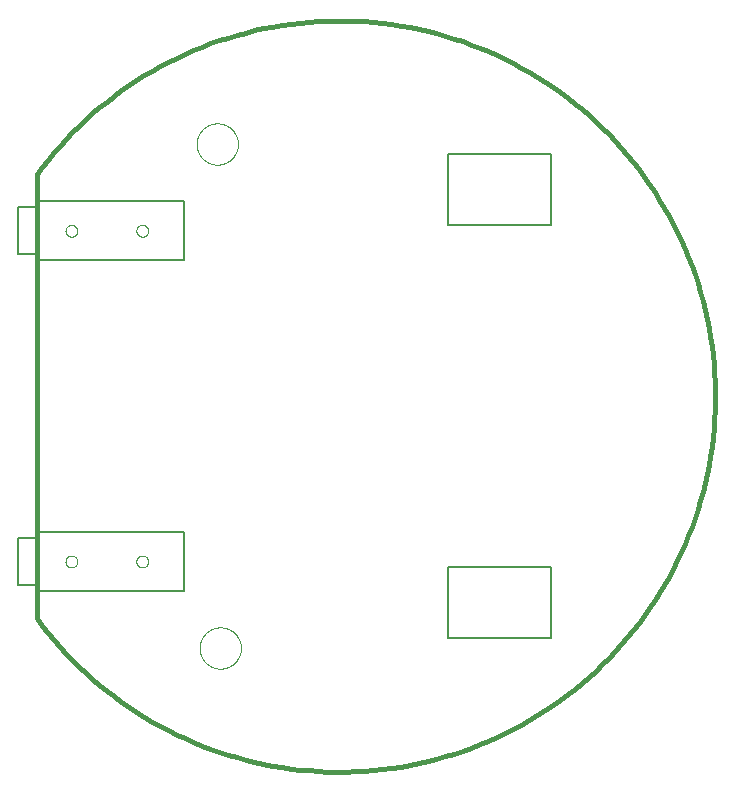
<source format=gbo>
G75*
%MOIN*%
%OFA0B0*%
%FSLAX25Y25*%
%IPPOS*%
%LPD*%
%AMOC8*
5,1,8,0,0,1.08239X$1,22.5*
%
%ADD10C,0.01600*%
%ADD11C,0.00000*%
%ADD12C,0.00500*%
D10*
X0049772Y0066937D02*
X0049772Y0214969D01*
X0051614Y0217418D01*
X0053515Y0219821D01*
X0055474Y0222176D01*
X0057491Y0224483D01*
X0059563Y0226740D01*
X0061690Y0228946D01*
X0063871Y0231099D01*
X0066103Y0233198D01*
X0068386Y0235242D01*
X0070719Y0237229D01*
X0073099Y0239158D01*
X0075526Y0241029D01*
X0077998Y0242840D01*
X0080513Y0244589D01*
X0083071Y0246277D01*
X0085669Y0247901D01*
X0088306Y0249462D01*
X0090981Y0250957D01*
X0093691Y0252387D01*
X0096435Y0253749D01*
X0099212Y0255044D01*
X0102020Y0256271D01*
X0104857Y0257429D01*
X0107722Y0258517D01*
X0110612Y0259534D01*
X0113526Y0260481D01*
X0116463Y0261355D01*
X0119420Y0262158D01*
X0122396Y0262888D01*
X0125389Y0263545D01*
X0128397Y0264129D01*
X0131419Y0264638D01*
X0134452Y0265074D01*
X0137494Y0265435D01*
X0140545Y0265722D01*
X0143602Y0265934D01*
X0146663Y0266071D01*
X0149727Y0266133D01*
X0152791Y0266120D01*
X0155854Y0266032D01*
X0158913Y0265869D01*
X0161968Y0265632D01*
X0165016Y0265319D01*
X0168056Y0264932D01*
X0171085Y0264471D01*
X0174102Y0263936D01*
X0177105Y0263327D01*
X0180093Y0262645D01*
X0183062Y0261890D01*
X0186013Y0261062D01*
X0188942Y0260163D01*
X0191848Y0259192D01*
X0194730Y0258150D01*
X0197585Y0257038D01*
X0200412Y0255857D01*
X0203210Y0254606D01*
X0205976Y0253288D01*
X0208708Y0251902D01*
X0211407Y0250450D01*
X0214068Y0248932D01*
X0216692Y0247349D01*
X0219277Y0245703D01*
X0221820Y0243994D01*
X0224321Y0242223D01*
X0226777Y0240392D01*
X0229188Y0238501D01*
X0231552Y0236551D01*
X0233868Y0234544D01*
X0236133Y0232481D01*
X0238348Y0230364D01*
X0240510Y0228192D01*
X0242619Y0225969D01*
X0244672Y0223695D01*
X0246669Y0221370D01*
X0248608Y0218998D01*
X0250489Y0216579D01*
X0252310Y0214115D01*
X0254071Y0211607D01*
X0255769Y0209056D01*
X0257404Y0206465D01*
X0258976Y0203835D01*
X0260482Y0201167D01*
X0261923Y0198462D01*
X0263297Y0195724D01*
X0264604Y0192952D01*
X0265843Y0190149D01*
X0267012Y0187317D01*
X0268112Y0184457D01*
X0269142Y0181571D01*
X0270101Y0178661D01*
X0270988Y0175728D01*
X0271803Y0172774D01*
X0272546Y0169802D01*
X0273215Y0166811D01*
X0273811Y0163806D01*
X0274334Y0160787D01*
X0274782Y0157755D01*
X0275156Y0154714D01*
X0275456Y0151665D01*
X0275681Y0148609D01*
X0275831Y0145548D01*
X0275906Y0142485D01*
X0275906Y0139421D01*
X0275831Y0136358D01*
X0275681Y0133297D01*
X0275456Y0130241D01*
X0275156Y0127192D01*
X0274782Y0124151D01*
X0274334Y0121119D01*
X0273811Y0118100D01*
X0273215Y0115095D01*
X0272546Y0112104D01*
X0271803Y0109132D01*
X0270988Y0106178D01*
X0270101Y0103245D01*
X0269142Y0100335D01*
X0268112Y0097449D01*
X0267012Y0094589D01*
X0265843Y0091757D01*
X0264604Y0088954D01*
X0263297Y0086182D01*
X0261923Y0083444D01*
X0260482Y0080739D01*
X0258976Y0078071D01*
X0257404Y0075441D01*
X0255769Y0072850D01*
X0254071Y0070299D01*
X0252310Y0067791D01*
X0250489Y0065327D01*
X0248608Y0062908D01*
X0246669Y0060536D01*
X0244672Y0058211D01*
X0242619Y0055937D01*
X0240510Y0053714D01*
X0238348Y0051542D01*
X0236133Y0049425D01*
X0233868Y0047362D01*
X0231552Y0045355D01*
X0229188Y0043405D01*
X0226777Y0041514D01*
X0224321Y0039683D01*
X0221820Y0037912D01*
X0219277Y0036203D01*
X0216692Y0034557D01*
X0214068Y0032974D01*
X0211407Y0031456D01*
X0208708Y0030004D01*
X0205976Y0028618D01*
X0203210Y0027300D01*
X0200412Y0026049D01*
X0197585Y0024868D01*
X0194730Y0023756D01*
X0191848Y0022714D01*
X0188942Y0021743D01*
X0186013Y0020844D01*
X0183062Y0020016D01*
X0180093Y0019261D01*
X0177105Y0018579D01*
X0174102Y0017970D01*
X0171085Y0017435D01*
X0168056Y0016974D01*
X0165016Y0016587D01*
X0161968Y0016274D01*
X0158913Y0016037D01*
X0155854Y0015874D01*
X0152791Y0015786D01*
X0149727Y0015773D01*
X0146663Y0015835D01*
X0143602Y0015972D01*
X0140545Y0016184D01*
X0137494Y0016471D01*
X0134452Y0016832D01*
X0131419Y0017268D01*
X0128397Y0017777D01*
X0125389Y0018361D01*
X0122396Y0019018D01*
X0119420Y0019748D01*
X0116463Y0020551D01*
X0113526Y0021425D01*
X0110612Y0022372D01*
X0107722Y0023389D01*
X0104857Y0024477D01*
X0102020Y0025635D01*
X0099212Y0026862D01*
X0096435Y0028157D01*
X0093691Y0029519D01*
X0090981Y0030949D01*
X0088306Y0032444D01*
X0085669Y0034005D01*
X0083071Y0035629D01*
X0080513Y0037317D01*
X0077998Y0039066D01*
X0075526Y0040877D01*
X0073099Y0042748D01*
X0070719Y0044677D01*
X0068386Y0046664D01*
X0066103Y0048708D01*
X0063871Y0050807D01*
X0061690Y0052960D01*
X0059563Y0055166D01*
X0057491Y0057423D01*
X0055474Y0059730D01*
X0053515Y0062085D01*
X0051614Y0064488D01*
X0049772Y0066937D01*
D11*
X0059417Y0085835D02*
X0059419Y0085923D01*
X0059425Y0086011D01*
X0059435Y0086099D01*
X0059449Y0086187D01*
X0059466Y0086273D01*
X0059488Y0086359D01*
X0059513Y0086443D01*
X0059543Y0086527D01*
X0059575Y0086609D01*
X0059612Y0086689D01*
X0059652Y0086768D01*
X0059696Y0086845D01*
X0059743Y0086920D01*
X0059793Y0086992D01*
X0059847Y0087063D01*
X0059903Y0087130D01*
X0059963Y0087196D01*
X0060025Y0087258D01*
X0060091Y0087318D01*
X0060158Y0087374D01*
X0060229Y0087428D01*
X0060301Y0087478D01*
X0060376Y0087525D01*
X0060453Y0087569D01*
X0060532Y0087609D01*
X0060612Y0087646D01*
X0060694Y0087678D01*
X0060778Y0087708D01*
X0060862Y0087733D01*
X0060948Y0087755D01*
X0061034Y0087772D01*
X0061122Y0087786D01*
X0061210Y0087796D01*
X0061298Y0087802D01*
X0061386Y0087804D01*
X0061474Y0087802D01*
X0061562Y0087796D01*
X0061650Y0087786D01*
X0061738Y0087772D01*
X0061824Y0087755D01*
X0061910Y0087733D01*
X0061994Y0087708D01*
X0062078Y0087678D01*
X0062160Y0087646D01*
X0062240Y0087609D01*
X0062319Y0087569D01*
X0062396Y0087525D01*
X0062471Y0087478D01*
X0062543Y0087428D01*
X0062614Y0087374D01*
X0062681Y0087318D01*
X0062747Y0087258D01*
X0062809Y0087196D01*
X0062869Y0087130D01*
X0062925Y0087063D01*
X0062979Y0086992D01*
X0063029Y0086920D01*
X0063076Y0086845D01*
X0063120Y0086768D01*
X0063160Y0086689D01*
X0063197Y0086609D01*
X0063229Y0086527D01*
X0063259Y0086443D01*
X0063284Y0086359D01*
X0063306Y0086273D01*
X0063323Y0086187D01*
X0063337Y0086099D01*
X0063347Y0086011D01*
X0063353Y0085923D01*
X0063355Y0085835D01*
X0063353Y0085747D01*
X0063347Y0085659D01*
X0063337Y0085571D01*
X0063323Y0085483D01*
X0063306Y0085397D01*
X0063284Y0085311D01*
X0063259Y0085227D01*
X0063229Y0085143D01*
X0063197Y0085061D01*
X0063160Y0084981D01*
X0063120Y0084902D01*
X0063076Y0084825D01*
X0063029Y0084750D01*
X0062979Y0084678D01*
X0062925Y0084607D01*
X0062869Y0084540D01*
X0062809Y0084474D01*
X0062747Y0084412D01*
X0062681Y0084352D01*
X0062614Y0084296D01*
X0062543Y0084242D01*
X0062471Y0084192D01*
X0062396Y0084145D01*
X0062319Y0084101D01*
X0062240Y0084061D01*
X0062160Y0084024D01*
X0062078Y0083992D01*
X0061994Y0083962D01*
X0061910Y0083937D01*
X0061824Y0083915D01*
X0061738Y0083898D01*
X0061650Y0083884D01*
X0061562Y0083874D01*
X0061474Y0083868D01*
X0061386Y0083866D01*
X0061298Y0083868D01*
X0061210Y0083874D01*
X0061122Y0083884D01*
X0061034Y0083898D01*
X0060948Y0083915D01*
X0060862Y0083937D01*
X0060778Y0083962D01*
X0060694Y0083992D01*
X0060612Y0084024D01*
X0060532Y0084061D01*
X0060453Y0084101D01*
X0060376Y0084145D01*
X0060301Y0084192D01*
X0060229Y0084242D01*
X0060158Y0084296D01*
X0060091Y0084352D01*
X0060025Y0084412D01*
X0059963Y0084474D01*
X0059903Y0084540D01*
X0059847Y0084607D01*
X0059793Y0084678D01*
X0059743Y0084750D01*
X0059696Y0084825D01*
X0059652Y0084902D01*
X0059612Y0084981D01*
X0059575Y0085061D01*
X0059543Y0085143D01*
X0059513Y0085227D01*
X0059488Y0085311D01*
X0059466Y0085397D01*
X0059449Y0085483D01*
X0059435Y0085571D01*
X0059425Y0085659D01*
X0059419Y0085747D01*
X0059417Y0085835D01*
X0083039Y0085835D02*
X0083041Y0085923D01*
X0083047Y0086011D01*
X0083057Y0086099D01*
X0083071Y0086187D01*
X0083088Y0086273D01*
X0083110Y0086359D01*
X0083135Y0086443D01*
X0083165Y0086527D01*
X0083197Y0086609D01*
X0083234Y0086689D01*
X0083274Y0086768D01*
X0083318Y0086845D01*
X0083365Y0086920D01*
X0083415Y0086992D01*
X0083469Y0087063D01*
X0083525Y0087130D01*
X0083585Y0087196D01*
X0083647Y0087258D01*
X0083713Y0087318D01*
X0083780Y0087374D01*
X0083851Y0087428D01*
X0083923Y0087478D01*
X0083998Y0087525D01*
X0084075Y0087569D01*
X0084154Y0087609D01*
X0084234Y0087646D01*
X0084316Y0087678D01*
X0084400Y0087708D01*
X0084484Y0087733D01*
X0084570Y0087755D01*
X0084656Y0087772D01*
X0084744Y0087786D01*
X0084832Y0087796D01*
X0084920Y0087802D01*
X0085008Y0087804D01*
X0085096Y0087802D01*
X0085184Y0087796D01*
X0085272Y0087786D01*
X0085360Y0087772D01*
X0085446Y0087755D01*
X0085532Y0087733D01*
X0085616Y0087708D01*
X0085700Y0087678D01*
X0085782Y0087646D01*
X0085862Y0087609D01*
X0085941Y0087569D01*
X0086018Y0087525D01*
X0086093Y0087478D01*
X0086165Y0087428D01*
X0086236Y0087374D01*
X0086303Y0087318D01*
X0086369Y0087258D01*
X0086431Y0087196D01*
X0086491Y0087130D01*
X0086547Y0087063D01*
X0086601Y0086992D01*
X0086651Y0086920D01*
X0086698Y0086845D01*
X0086742Y0086768D01*
X0086782Y0086689D01*
X0086819Y0086609D01*
X0086851Y0086527D01*
X0086881Y0086443D01*
X0086906Y0086359D01*
X0086928Y0086273D01*
X0086945Y0086187D01*
X0086959Y0086099D01*
X0086969Y0086011D01*
X0086975Y0085923D01*
X0086977Y0085835D01*
X0086975Y0085747D01*
X0086969Y0085659D01*
X0086959Y0085571D01*
X0086945Y0085483D01*
X0086928Y0085397D01*
X0086906Y0085311D01*
X0086881Y0085227D01*
X0086851Y0085143D01*
X0086819Y0085061D01*
X0086782Y0084981D01*
X0086742Y0084902D01*
X0086698Y0084825D01*
X0086651Y0084750D01*
X0086601Y0084678D01*
X0086547Y0084607D01*
X0086491Y0084540D01*
X0086431Y0084474D01*
X0086369Y0084412D01*
X0086303Y0084352D01*
X0086236Y0084296D01*
X0086165Y0084242D01*
X0086093Y0084192D01*
X0086018Y0084145D01*
X0085941Y0084101D01*
X0085862Y0084061D01*
X0085782Y0084024D01*
X0085700Y0083992D01*
X0085616Y0083962D01*
X0085532Y0083937D01*
X0085446Y0083915D01*
X0085360Y0083898D01*
X0085272Y0083884D01*
X0085184Y0083874D01*
X0085096Y0083868D01*
X0085008Y0083866D01*
X0084920Y0083868D01*
X0084832Y0083874D01*
X0084744Y0083884D01*
X0084656Y0083898D01*
X0084570Y0083915D01*
X0084484Y0083937D01*
X0084400Y0083962D01*
X0084316Y0083992D01*
X0084234Y0084024D01*
X0084154Y0084061D01*
X0084075Y0084101D01*
X0083998Y0084145D01*
X0083923Y0084192D01*
X0083851Y0084242D01*
X0083780Y0084296D01*
X0083713Y0084352D01*
X0083647Y0084412D01*
X0083585Y0084474D01*
X0083525Y0084540D01*
X0083469Y0084607D01*
X0083415Y0084678D01*
X0083365Y0084750D01*
X0083318Y0084825D01*
X0083274Y0084902D01*
X0083234Y0084981D01*
X0083197Y0085061D01*
X0083165Y0085143D01*
X0083135Y0085227D01*
X0083110Y0085311D01*
X0083088Y0085397D01*
X0083071Y0085483D01*
X0083057Y0085571D01*
X0083047Y0085659D01*
X0083041Y0085747D01*
X0083039Y0085835D01*
X0104110Y0057000D02*
X0104112Y0057169D01*
X0104118Y0057338D01*
X0104129Y0057507D01*
X0104143Y0057675D01*
X0104162Y0057843D01*
X0104185Y0058011D01*
X0104211Y0058178D01*
X0104242Y0058344D01*
X0104277Y0058510D01*
X0104316Y0058674D01*
X0104360Y0058838D01*
X0104407Y0059000D01*
X0104458Y0059161D01*
X0104513Y0059321D01*
X0104572Y0059480D01*
X0104634Y0059637D01*
X0104701Y0059792D01*
X0104772Y0059946D01*
X0104846Y0060098D01*
X0104924Y0060248D01*
X0105005Y0060396D01*
X0105090Y0060542D01*
X0105179Y0060686D01*
X0105271Y0060828D01*
X0105367Y0060967D01*
X0105466Y0061104D01*
X0105568Y0061239D01*
X0105674Y0061371D01*
X0105783Y0061500D01*
X0105895Y0061627D01*
X0106010Y0061751D01*
X0106128Y0061872D01*
X0106249Y0061990D01*
X0106373Y0062105D01*
X0106500Y0062217D01*
X0106629Y0062326D01*
X0106761Y0062432D01*
X0106896Y0062534D01*
X0107033Y0062633D01*
X0107172Y0062729D01*
X0107314Y0062821D01*
X0107458Y0062910D01*
X0107604Y0062995D01*
X0107752Y0063076D01*
X0107902Y0063154D01*
X0108054Y0063228D01*
X0108208Y0063299D01*
X0108363Y0063366D01*
X0108520Y0063428D01*
X0108679Y0063487D01*
X0108839Y0063542D01*
X0109000Y0063593D01*
X0109162Y0063640D01*
X0109326Y0063684D01*
X0109490Y0063723D01*
X0109656Y0063758D01*
X0109822Y0063789D01*
X0109989Y0063815D01*
X0110157Y0063838D01*
X0110325Y0063857D01*
X0110493Y0063871D01*
X0110662Y0063882D01*
X0110831Y0063888D01*
X0111000Y0063890D01*
X0111169Y0063888D01*
X0111338Y0063882D01*
X0111507Y0063871D01*
X0111675Y0063857D01*
X0111843Y0063838D01*
X0112011Y0063815D01*
X0112178Y0063789D01*
X0112344Y0063758D01*
X0112510Y0063723D01*
X0112674Y0063684D01*
X0112838Y0063640D01*
X0113000Y0063593D01*
X0113161Y0063542D01*
X0113321Y0063487D01*
X0113480Y0063428D01*
X0113637Y0063366D01*
X0113792Y0063299D01*
X0113946Y0063228D01*
X0114098Y0063154D01*
X0114248Y0063076D01*
X0114396Y0062995D01*
X0114542Y0062910D01*
X0114686Y0062821D01*
X0114828Y0062729D01*
X0114967Y0062633D01*
X0115104Y0062534D01*
X0115239Y0062432D01*
X0115371Y0062326D01*
X0115500Y0062217D01*
X0115627Y0062105D01*
X0115751Y0061990D01*
X0115872Y0061872D01*
X0115990Y0061751D01*
X0116105Y0061627D01*
X0116217Y0061500D01*
X0116326Y0061371D01*
X0116432Y0061239D01*
X0116534Y0061104D01*
X0116633Y0060967D01*
X0116729Y0060828D01*
X0116821Y0060686D01*
X0116910Y0060542D01*
X0116995Y0060396D01*
X0117076Y0060248D01*
X0117154Y0060098D01*
X0117228Y0059946D01*
X0117299Y0059792D01*
X0117366Y0059637D01*
X0117428Y0059480D01*
X0117487Y0059321D01*
X0117542Y0059161D01*
X0117593Y0059000D01*
X0117640Y0058838D01*
X0117684Y0058674D01*
X0117723Y0058510D01*
X0117758Y0058344D01*
X0117789Y0058178D01*
X0117815Y0058011D01*
X0117838Y0057843D01*
X0117857Y0057675D01*
X0117871Y0057507D01*
X0117882Y0057338D01*
X0117888Y0057169D01*
X0117890Y0057000D01*
X0117888Y0056831D01*
X0117882Y0056662D01*
X0117871Y0056493D01*
X0117857Y0056325D01*
X0117838Y0056157D01*
X0117815Y0055989D01*
X0117789Y0055822D01*
X0117758Y0055656D01*
X0117723Y0055490D01*
X0117684Y0055326D01*
X0117640Y0055162D01*
X0117593Y0055000D01*
X0117542Y0054839D01*
X0117487Y0054679D01*
X0117428Y0054520D01*
X0117366Y0054363D01*
X0117299Y0054208D01*
X0117228Y0054054D01*
X0117154Y0053902D01*
X0117076Y0053752D01*
X0116995Y0053604D01*
X0116910Y0053458D01*
X0116821Y0053314D01*
X0116729Y0053172D01*
X0116633Y0053033D01*
X0116534Y0052896D01*
X0116432Y0052761D01*
X0116326Y0052629D01*
X0116217Y0052500D01*
X0116105Y0052373D01*
X0115990Y0052249D01*
X0115872Y0052128D01*
X0115751Y0052010D01*
X0115627Y0051895D01*
X0115500Y0051783D01*
X0115371Y0051674D01*
X0115239Y0051568D01*
X0115104Y0051466D01*
X0114967Y0051367D01*
X0114828Y0051271D01*
X0114686Y0051179D01*
X0114542Y0051090D01*
X0114396Y0051005D01*
X0114248Y0050924D01*
X0114098Y0050846D01*
X0113946Y0050772D01*
X0113792Y0050701D01*
X0113637Y0050634D01*
X0113480Y0050572D01*
X0113321Y0050513D01*
X0113161Y0050458D01*
X0113000Y0050407D01*
X0112838Y0050360D01*
X0112674Y0050316D01*
X0112510Y0050277D01*
X0112344Y0050242D01*
X0112178Y0050211D01*
X0112011Y0050185D01*
X0111843Y0050162D01*
X0111675Y0050143D01*
X0111507Y0050129D01*
X0111338Y0050118D01*
X0111169Y0050112D01*
X0111000Y0050110D01*
X0110831Y0050112D01*
X0110662Y0050118D01*
X0110493Y0050129D01*
X0110325Y0050143D01*
X0110157Y0050162D01*
X0109989Y0050185D01*
X0109822Y0050211D01*
X0109656Y0050242D01*
X0109490Y0050277D01*
X0109326Y0050316D01*
X0109162Y0050360D01*
X0109000Y0050407D01*
X0108839Y0050458D01*
X0108679Y0050513D01*
X0108520Y0050572D01*
X0108363Y0050634D01*
X0108208Y0050701D01*
X0108054Y0050772D01*
X0107902Y0050846D01*
X0107752Y0050924D01*
X0107604Y0051005D01*
X0107458Y0051090D01*
X0107314Y0051179D01*
X0107172Y0051271D01*
X0107033Y0051367D01*
X0106896Y0051466D01*
X0106761Y0051568D01*
X0106629Y0051674D01*
X0106500Y0051783D01*
X0106373Y0051895D01*
X0106249Y0052010D01*
X0106128Y0052128D01*
X0106010Y0052249D01*
X0105895Y0052373D01*
X0105783Y0052500D01*
X0105674Y0052629D01*
X0105568Y0052761D01*
X0105466Y0052896D01*
X0105367Y0053033D01*
X0105271Y0053172D01*
X0105179Y0053314D01*
X0105090Y0053458D01*
X0105005Y0053604D01*
X0104924Y0053752D01*
X0104846Y0053902D01*
X0104772Y0054054D01*
X0104701Y0054208D01*
X0104634Y0054363D01*
X0104572Y0054520D01*
X0104513Y0054679D01*
X0104458Y0054839D01*
X0104407Y0055000D01*
X0104360Y0055162D01*
X0104316Y0055326D01*
X0104277Y0055490D01*
X0104242Y0055656D01*
X0104211Y0055822D01*
X0104185Y0055989D01*
X0104162Y0056157D01*
X0104143Y0056325D01*
X0104129Y0056493D01*
X0104118Y0056662D01*
X0104112Y0056831D01*
X0104110Y0057000D01*
X0083039Y0196071D02*
X0083041Y0196159D01*
X0083047Y0196247D01*
X0083057Y0196335D01*
X0083071Y0196423D01*
X0083088Y0196509D01*
X0083110Y0196595D01*
X0083135Y0196679D01*
X0083165Y0196763D01*
X0083197Y0196845D01*
X0083234Y0196925D01*
X0083274Y0197004D01*
X0083318Y0197081D01*
X0083365Y0197156D01*
X0083415Y0197228D01*
X0083469Y0197299D01*
X0083525Y0197366D01*
X0083585Y0197432D01*
X0083647Y0197494D01*
X0083713Y0197554D01*
X0083780Y0197610D01*
X0083851Y0197664D01*
X0083923Y0197714D01*
X0083998Y0197761D01*
X0084075Y0197805D01*
X0084154Y0197845D01*
X0084234Y0197882D01*
X0084316Y0197914D01*
X0084400Y0197944D01*
X0084484Y0197969D01*
X0084570Y0197991D01*
X0084656Y0198008D01*
X0084744Y0198022D01*
X0084832Y0198032D01*
X0084920Y0198038D01*
X0085008Y0198040D01*
X0085096Y0198038D01*
X0085184Y0198032D01*
X0085272Y0198022D01*
X0085360Y0198008D01*
X0085446Y0197991D01*
X0085532Y0197969D01*
X0085616Y0197944D01*
X0085700Y0197914D01*
X0085782Y0197882D01*
X0085862Y0197845D01*
X0085941Y0197805D01*
X0086018Y0197761D01*
X0086093Y0197714D01*
X0086165Y0197664D01*
X0086236Y0197610D01*
X0086303Y0197554D01*
X0086369Y0197494D01*
X0086431Y0197432D01*
X0086491Y0197366D01*
X0086547Y0197299D01*
X0086601Y0197228D01*
X0086651Y0197156D01*
X0086698Y0197081D01*
X0086742Y0197004D01*
X0086782Y0196925D01*
X0086819Y0196845D01*
X0086851Y0196763D01*
X0086881Y0196679D01*
X0086906Y0196595D01*
X0086928Y0196509D01*
X0086945Y0196423D01*
X0086959Y0196335D01*
X0086969Y0196247D01*
X0086975Y0196159D01*
X0086977Y0196071D01*
X0086975Y0195983D01*
X0086969Y0195895D01*
X0086959Y0195807D01*
X0086945Y0195719D01*
X0086928Y0195633D01*
X0086906Y0195547D01*
X0086881Y0195463D01*
X0086851Y0195379D01*
X0086819Y0195297D01*
X0086782Y0195217D01*
X0086742Y0195138D01*
X0086698Y0195061D01*
X0086651Y0194986D01*
X0086601Y0194914D01*
X0086547Y0194843D01*
X0086491Y0194776D01*
X0086431Y0194710D01*
X0086369Y0194648D01*
X0086303Y0194588D01*
X0086236Y0194532D01*
X0086165Y0194478D01*
X0086093Y0194428D01*
X0086018Y0194381D01*
X0085941Y0194337D01*
X0085862Y0194297D01*
X0085782Y0194260D01*
X0085700Y0194228D01*
X0085616Y0194198D01*
X0085532Y0194173D01*
X0085446Y0194151D01*
X0085360Y0194134D01*
X0085272Y0194120D01*
X0085184Y0194110D01*
X0085096Y0194104D01*
X0085008Y0194102D01*
X0084920Y0194104D01*
X0084832Y0194110D01*
X0084744Y0194120D01*
X0084656Y0194134D01*
X0084570Y0194151D01*
X0084484Y0194173D01*
X0084400Y0194198D01*
X0084316Y0194228D01*
X0084234Y0194260D01*
X0084154Y0194297D01*
X0084075Y0194337D01*
X0083998Y0194381D01*
X0083923Y0194428D01*
X0083851Y0194478D01*
X0083780Y0194532D01*
X0083713Y0194588D01*
X0083647Y0194648D01*
X0083585Y0194710D01*
X0083525Y0194776D01*
X0083469Y0194843D01*
X0083415Y0194914D01*
X0083365Y0194986D01*
X0083318Y0195061D01*
X0083274Y0195138D01*
X0083234Y0195217D01*
X0083197Y0195297D01*
X0083165Y0195379D01*
X0083135Y0195463D01*
X0083110Y0195547D01*
X0083088Y0195633D01*
X0083071Y0195719D01*
X0083057Y0195807D01*
X0083047Y0195895D01*
X0083041Y0195983D01*
X0083039Y0196071D01*
X0059417Y0196071D02*
X0059419Y0196159D01*
X0059425Y0196247D01*
X0059435Y0196335D01*
X0059449Y0196423D01*
X0059466Y0196509D01*
X0059488Y0196595D01*
X0059513Y0196679D01*
X0059543Y0196763D01*
X0059575Y0196845D01*
X0059612Y0196925D01*
X0059652Y0197004D01*
X0059696Y0197081D01*
X0059743Y0197156D01*
X0059793Y0197228D01*
X0059847Y0197299D01*
X0059903Y0197366D01*
X0059963Y0197432D01*
X0060025Y0197494D01*
X0060091Y0197554D01*
X0060158Y0197610D01*
X0060229Y0197664D01*
X0060301Y0197714D01*
X0060376Y0197761D01*
X0060453Y0197805D01*
X0060532Y0197845D01*
X0060612Y0197882D01*
X0060694Y0197914D01*
X0060778Y0197944D01*
X0060862Y0197969D01*
X0060948Y0197991D01*
X0061034Y0198008D01*
X0061122Y0198022D01*
X0061210Y0198032D01*
X0061298Y0198038D01*
X0061386Y0198040D01*
X0061474Y0198038D01*
X0061562Y0198032D01*
X0061650Y0198022D01*
X0061738Y0198008D01*
X0061824Y0197991D01*
X0061910Y0197969D01*
X0061994Y0197944D01*
X0062078Y0197914D01*
X0062160Y0197882D01*
X0062240Y0197845D01*
X0062319Y0197805D01*
X0062396Y0197761D01*
X0062471Y0197714D01*
X0062543Y0197664D01*
X0062614Y0197610D01*
X0062681Y0197554D01*
X0062747Y0197494D01*
X0062809Y0197432D01*
X0062869Y0197366D01*
X0062925Y0197299D01*
X0062979Y0197228D01*
X0063029Y0197156D01*
X0063076Y0197081D01*
X0063120Y0197004D01*
X0063160Y0196925D01*
X0063197Y0196845D01*
X0063229Y0196763D01*
X0063259Y0196679D01*
X0063284Y0196595D01*
X0063306Y0196509D01*
X0063323Y0196423D01*
X0063337Y0196335D01*
X0063347Y0196247D01*
X0063353Y0196159D01*
X0063355Y0196071D01*
X0063353Y0195983D01*
X0063347Y0195895D01*
X0063337Y0195807D01*
X0063323Y0195719D01*
X0063306Y0195633D01*
X0063284Y0195547D01*
X0063259Y0195463D01*
X0063229Y0195379D01*
X0063197Y0195297D01*
X0063160Y0195217D01*
X0063120Y0195138D01*
X0063076Y0195061D01*
X0063029Y0194986D01*
X0062979Y0194914D01*
X0062925Y0194843D01*
X0062869Y0194776D01*
X0062809Y0194710D01*
X0062747Y0194648D01*
X0062681Y0194588D01*
X0062614Y0194532D01*
X0062543Y0194478D01*
X0062471Y0194428D01*
X0062396Y0194381D01*
X0062319Y0194337D01*
X0062240Y0194297D01*
X0062160Y0194260D01*
X0062078Y0194228D01*
X0061994Y0194198D01*
X0061910Y0194173D01*
X0061824Y0194151D01*
X0061738Y0194134D01*
X0061650Y0194120D01*
X0061562Y0194110D01*
X0061474Y0194104D01*
X0061386Y0194102D01*
X0061298Y0194104D01*
X0061210Y0194110D01*
X0061122Y0194120D01*
X0061034Y0194134D01*
X0060948Y0194151D01*
X0060862Y0194173D01*
X0060778Y0194198D01*
X0060694Y0194228D01*
X0060612Y0194260D01*
X0060532Y0194297D01*
X0060453Y0194337D01*
X0060376Y0194381D01*
X0060301Y0194428D01*
X0060229Y0194478D01*
X0060158Y0194532D01*
X0060091Y0194588D01*
X0060025Y0194648D01*
X0059963Y0194710D01*
X0059903Y0194776D01*
X0059847Y0194843D01*
X0059793Y0194914D01*
X0059743Y0194986D01*
X0059696Y0195061D01*
X0059652Y0195138D01*
X0059612Y0195217D01*
X0059575Y0195297D01*
X0059543Y0195379D01*
X0059513Y0195463D01*
X0059488Y0195547D01*
X0059466Y0195633D01*
X0059449Y0195719D01*
X0059435Y0195807D01*
X0059425Y0195895D01*
X0059419Y0195983D01*
X0059417Y0196071D01*
X0103110Y0225000D02*
X0103112Y0225169D01*
X0103118Y0225338D01*
X0103129Y0225507D01*
X0103143Y0225675D01*
X0103162Y0225843D01*
X0103185Y0226011D01*
X0103211Y0226178D01*
X0103242Y0226344D01*
X0103277Y0226510D01*
X0103316Y0226674D01*
X0103360Y0226838D01*
X0103407Y0227000D01*
X0103458Y0227161D01*
X0103513Y0227321D01*
X0103572Y0227480D01*
X0103634Y0227637D01*
X0103701Y0227792D01*
X0103772Y0227946D01*
X0103846Y0228098D01*
X0103924Y0228248D01*
X0104005Y0228396D01*
X0104090Y0228542D01*
X0104179Y0228686D01*
X0104271Y0228828D01*
X0104367Y0228967D01*
X0104466Y0229104D01*
X0104568Y0229239D01*
X0104674Y0229371D01*
X0104783Y0229500D01*
X0104895Y0229627D01*
X0105010Y0229751D01*
X0105128Y0229872D01*
X0105249Y0229990D01*
X0105373Y0230105D01*
X0105500Y0230217D01*
X0105629Y0230326D01*
X0105761Y0230432D01*
X0105896Y0230534D01*
X0106033Y0230633D01*
X0106172Y0230729D01*
X0106314Y0230821D01*
X0106458Y0230910D01*
X0106604Y0230995D01*
X0106752Y0231076D01*
X0106902Y0231154D01*
X0107054Y0231228D01*
X0107208Y0231299D01*
X0107363Y0231366D01*
X0107520Y0231428D01*
X0107679Y0231487D01*
X0107839Y0231542D01*
X0108000Y0231593D01*
X0108162Y0231640D01*
X0108326Y0231684D01*
X0108490Y0231723D01*
X0108656Y0231758D01*
X0108822Y0231789D01*
X0108989Y0231815D01*
X0109157Y0231838D01*
X0109325Y0231857D01*
X0109493Y0231871D01*
X0109662Y0231882D01*
X0109831Y0231888D01*
X0110000Y0231890D01*
X0110169Y0231888D01*
X0110338Y0231882D01*
X0110507Y0231871D01*
X0110675Y0231857D01*
X0110843Y0231838D01*
X0111011Y0231815D01*
X0111178Y0231789D01*
X0111344Y0231758D01*
X0111510Y0231723D01*
X0111674Y0231684D01*
X0111838Y0231640D01*
X0112000Y0231593D01*
X0112161Y0231542D01*
X0112321Y0231487D01*
X0112480Y0231428D01*
X0112637Y0231366D01*
X0112792Y0231299D01*
X0112946Y0231228D01*
X0113098Y0231154D01*
X0113248Y0231076D01*
X0113396Y0230995D01*
X0113542Y0230910D01*
X0113686Y0230821D01*
X0113828Y0230729D01*
X0113967Y0230633D01*
X0114104Y0230534D01*
X0114239Y0230432D01*
X0114371Y0230326D01*
X0114500Y0230217D01*
X0114627Y0230105D01*
X0114751Y0229990D01*
X0114872Y0229872D01*
X0114990Y0229751D01*
X0115105Y0229627D01*
X0115217Y0229500D01*
X0115326Y0229371D01*
X0115432Y0229239D01*
X0115534Y0229104D01*
X0115633Y0228967D01*
X0115729Y0228828D01*
X0115821Y0228686D01*
X0115910Y0228542D01*
X0115995Y0228396D01*
X0116076Y0228248D01*
X0116154Y0228098D01*
X0116228Y0227946D01*
X0116299Y0227792D01*
X0116366Y0227637D01*
X0116428Y0227480D01*
X0116487Y0227321D01*
X0116542Y0227161D01*
X0116593Y0227000D01*
X0116640Y0226838D01*
X0116684Y0226674D01*
X0116723Y0226510D01*
X0116758Y0226344D01*
X0116789Y0226178D01*
X0116815Y0226011D01*
X0116838Y0225843D01*
X0116857Y0225675D01*
X0116871Y0225507D01*
X0116882Y0225338D01*
X0116888Y0225169D01*
X0116890Y0225000D01*
X0116888Y0224831D01*
X0116882Y0224662D01*
X0116871Y0224493D01*
X0116857Y0224325D01*
X0116838Y0224157D01*
X0116815Y0223989D01*
X0116789Y0223822D01*
X0116758Y0223656D01*
X0116723Y0223490D01*
X0116684Y0223326D01*
X0116640Y0223162D01*
X0116593Y0223000D01*
X0116542Y0222839D01*
X0116487Y0222679D01*
X0116428Y0222520D01*
X0116366Y0222363D01*
X0116299Y0222208D01*
X0116228Y0222054D01*
X0116154Y0221902D01*
X0116076Y0221752D01*
X0115995Y0221604D01*
X0115910Y0221458D01*
X0115821Y0221314D01*
X0115729Y0221172D01*
X0115633Y0221033D01*
X0115534Y0220896D01*
X0115432Y0220761D01*
X0115326Y0220629D01*
X0115217Y0220500D01*
X0115105Y0220373D01*
X0114990Y0220249D01*
X0114872Y0220128D01*
X0114751Y0220010D01*
X0114627Y0219895D01*
X0114500Y0219783D01*
X0114371Y0219674D01*
X0114239Y0219568D01*
X0114104Y0219466D01*
X0113967Y0219367D01*
X0113828Y0219271D01*
X0113686Y0219179D01*
X0113542Y0219090D01*
X0113396Y0219005D01*
X0113248Y0218924D01*
X0113098Y0218846D01*
X0112946Y0218772D01*
X0112792Y0218701D01*
X0112637Y0218634D01*
X0112480Y0218572D01*
X0112321Y0218513D01*
X0112161Y0218458D01*
X0112000Y0218407D01*
X0111838Y0218360D01*
X0111674Y0218316D01*
X0111510Y0218277D01*
X0111344Y0218242D01*
X0111178Y0218211D01*
X0111011Y0218185D01*
X0110843Y0218162D01*
X0110675Y0218143D01*
X0110507Y0218129D01*
X0110338Y0218118D01*
X0110169Y0218112D01*
X0110000Y0218110D01*
X0109831Y0218112D01*
X0109662Y0218118D01*
X0109493Y0218129D01*
X0109325Y0218143D01*
X0109157Y0218162D01*
X0108989Y0218185D01*
X0108822Y0218211D01*
X0108656Y0218242D01*
X0108490Y0218277D01*
X0108326Y0218316D01*
X0108162Y0218360D01*
X0108000Y0218407D01*
X0107839Y0218458D01*
X0107679Y0218513D01*
X0107520Y0218572D01*
X0107363Y0218634D01*
X0107208Y0218701D01*
X0107054Y0218772D01*
X0106902Y0218846D01*
X0106752Y0218924D01*
X0106604Y0219005D01*
X0106458Y0219090D01*
X0106314Y0219179D01*
X0106172Y0219271D01*
X0106033Y0219367D01*
X0105896Y0219466D01*
X0105761Y0219568D01*
X0105629Y0219674D01*
X0105500Y0219783D01*
X0105373Y0219895D01*
X0105249Y0220010D01*
X0105128Y0220128D01*
X0105010Y0220249D01*
X0104895Y0220373D01*
X0104783Y0220500D01*
X0104674Y0220629D01*
X0104568Y0220761D01*
X0104466Y0220896D01*
X0104367Y0221033D01*
X0104271Y0221172D01*
X0104179Y0221314D01*
X0104090Y0221458D01*
X0104005Y0221604D01*
X0103924Y0221752D01*
X0103846Y0221902D01*
X0103772Y0222054D01*
X0103701Y0222208D01*
X0103634Y0222363D01*
X0103572Y0222520D01*
X0103513Y0222679D01*
X0103458Y0222839D01*
X0103407Y0223000D01*
X0103360Y0223162D01*
X0103316Y0223326D01*
X0103277Y0223490D01*
X0103242Y0223656D01*
X0103211Y0223822D01*
X0103185Y0223989D01*
X0103162Y0224157D01*
X0103143Y0224325D01*
X0103129Y0224493D01*
X0103118Y0224662D01*
X0103112Y0224831D01*
X0103110Y0225000D01*
D12*
X0098787Y0205913D02*
X0098787Y0186228D01*
X0049575Y0186228D01*
X0049575Y0188197D01*
X0043669Y0188197D01*
X0043669Y0203945D01*
X0049575Y0203945D01*
X0049575Y0205913D01*
X0098787Y0205913D01*
X0187055Y0198039D02*
X0187055Y0221661D01*
X0221150Y0221661D01*
X0221150Y0198039D01*
X0187055Y0198039D01*
X0098787Y0095677D02*
X0098787Y0075992D01*
X0049575Y0075992D01*
X0049575Y0077961D01*
X0043669Y0077961D01*
X0043669Y0093709D01*
X0049575Y0093709D01*
X0049575Y0095677D01*
X0098787Y0095677D01*
X0187055Y0083866D02*
X0187055Y0060244D01*
X0221150Y0060244D01*
X0221150Y0083866D01*
X0187055Y0083866D01*
M02*

</source>
